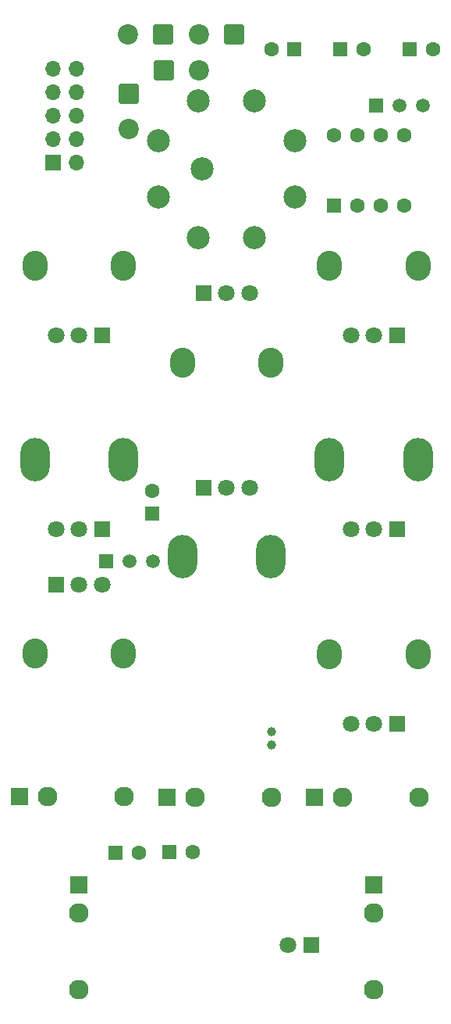
<source format=gbr>
%TF.GenerationSoftware,KiCad,Pcbnew,9.0.6*%
%TF.CreationDate,2025-12-30T09:15:01+01:00*%
%TF.ProjectId,FV1 V3,46563120-5633-42e6-9b69-6361645f7063,rev?*%
%TF.SameCoordinates,Original*%
%TF.FileFunction,Soldermask,Bot*%
%TF.FilePolarity,Negative*%
%FSLAX46Y46*%
G04 Gerber Fmt 4.6, Leading zero omitted, Abs format (unit mm)*
G04 Created by KiCad (PCBNEW 9.0.6) date 2025-12-30 09:15:01*
%MOMM*%
%LPD*%
G01*
G04 APERTURE LIST*
G04 Aperture macros list*
%AMRoundRect*
0 Rectangle with rounded corners*
0 $1 Rounding radius*
0 $2 $3 $4 $5 $6 $7 $8 $9 X,Y pos of 4 corners*
0 Add a 4 corners polygon primitive as box body*
4,1,4,$2,$3,$4,$5,$6,$7,$8,$9,$2,$3,0*
0 Add four circle primitives for the rounded corners*
1,1,$1+$1,$2,$3*
1,1,$1+$1,$4,$5*
1,1,$1+$1,$6,$7*
1,1,$1+$1,$8,$9*
0 Add four rect primitives between the rounded corners*
20,1,$1+$1,$2,$3,$4,$5,0*
20,1,$1+$1,$4,$5,$6,$7,0*
20,1,$1+$1,$6,$7,$8,$9,0*
20,1,$1+$1,$8,$9,$2,$3,0*%
G04 Aperture macros list end*
%ADD10RoundRect,0.250000X-0.550000X-0.550000X0.550000X-0.550000X0.550000X0.550000X-0.550000X0.550000X0*%
%ADD11C,1.600000*%
%ADD12RoundRect,0.249999X-0.850001X-0.850001X0.850001X-0.850001X0.850001X0.850001X-0.850001X0.850001X0*%
%ADD13C,2.200000*%
%ADD14R,1.500000X1.500000*%
%ADD15C,1.500000*%
%ADD16C,1.000000*%
%ADD17RoundRect,0.249999X0.850001X0.850001X-0.850001X0.850001X-0.850001X-0.850001X0.850001X-0.850001X0*%
%ADD18RoundRect,0.250000X0.550000X-0.550000X0.550000X0.550000X-0.550000X0.550000X-0.550000X-0.550000X0*%
%ADD19RoundRect,0.250000X0.550000X0.550000X-0.550000X0.550000X-0.550000X-0.550000X0.550000X-0.550000X0*%
%ADD20R,1.700000X1.700000*%
%ADD21O,1.700000X1.700000*%
%ADD22RoundRect,0.249999X-0.850001X0.850001X-0.850001X-0.850001X0.850001X-0.850001X0.850001X0.850001X0*%
%ADD23O,3.200000X4.700000*%
%ADD24R,1.800000X1.800000*%
%ADD25C,1.800000*%
%ADD26O,2.720000X3.240000*%
%ADD27R,1.930000X1.830000*%
%ADD28C,2.130000*%
%ADD29R,1.830000X1.930000*%
%ADD30C,2.500000*%
G04 APERTURE END LIST*
D10*
%TO.C,C5*%
X160800000Y-128700000D03*
D11*
X163300000Y-128700000D03*
%TD*%
D12*
%TO.C,D3*%
X160242818Y-44040000D03*
D13*
X164052818Y-44040000D03*
%TD*%
D10*
%TO.C,C4*%
X186917621Y-41720000D03*
D11*
X189417621Y-41720000D03*
%TD*%
D14*
%TO.C,U7*%
X153960000Y-97160000D03*
D15*
X156500000Y-97160000D03*
X159040000Y-97160000D03*
%TD*%
D16*
%TO.C,Y1*%
X171900000Y-117100000D03*
X171900000Y-115600000D03*
%TD*%
D17*
%TO.C,FB1*%
X160100000Y-40150000D03*
D13*
X156290000Y-40150000D03*
%TD*%
D18*
%TO.C,C1*%
X158980000Y-92050000D03*
D11*
X158980000Y-89550000D03*
%TD*%
D19*
%TO.C,C21*%
X174390000Y-41720000D03*
D11*
X171890000Y-41720000D03*
%TD*%
D20*
%TO.C,J2*%
X148210000Y-54000000D03*
D21*
X150750000Y-54000000D03*
X148210000Y-51460000D03*
X150750000Y-51460000D03*
X148210000Y-48920000D03*
X150750000Y-48920000D03*
X148210000Y-46380000D03*
X150750000Y-46380000D03*
X148210000Y-43840000D03*
X150750000Y-43840000D03*
%TD*%
D10*
%TO.C,C19*%
X179360000Y-41720000D03*
D11*
X181860000Y-41720000D03*
%TD*%
D22*
%TO.C,FB2*%
X156390000Y-46522818D03*
D13*
X156390000Y-50332818D03*
%TD*%
D10*
%TO.C,C23*%
X155000000Y-128800000D03*
D11*
X157500000Y-128800000D03*
%TD*%
D17*
%TO.C,D2*%
X167820000Y-40110000D03*
D13*
X164010000Y-40110000D03*
%TD*%
D14*
%TO.C,U9*%
X183200000Y-47850000D03*
D15*
X185740000Y-47850000D03*
X188280000Y-47850000D03*
%TD*%
D18*
%TO.C,U2*%
X178660000Y-58690000D03*
D11*
X181200000Y-58690000D03*
X183740000Y-58690000D03*
X186280000Y-58690000D03*
X186280000Y-51070000D03*
X183740000Y-51070000D03*
X181200000Y-51070000D03*
X178660000Y-51070000D03*
%TD*%
D23*
%TO.C,RV1*%
X178200000Y-86200000D03*
X187800000Y-86200000D03*
D24*
X185500000Y-93700000D03*
D25*
X183000000Y-93700000D03*
X180500000Y-93700000D03*
%TD*%
D23*
%TO.C,RV2*%
X171800000Y-96700000D03*
X162200000Y-96700000D03*
D24*
X164500000Y-89200000D03*
D25*
X167000000Y-89200000D03*
X169500000Y-89200000D03*
%TD*%
D26*
%TO.C,RV6*%
X171800000Y-75680000D03*
X162200000Y-75680000D03*
D24*
X164500000Y-68180000D03*
D25*
X167000000Y-68180000D03*
X169500000Y-68180000D03*
%TD*%
D26*
%TO.C,RV7*%
X146200000Y-65200000D03*
X155800000Y-65200000D03*
D24*
X153500000Y-72700000D03*
D25*
X151000000Y-72700000D03*
X148500000Y-72700000D03*
%TD*%
D27*
%TO.C,J1*%
X183000000Y-132200000D03*
D28*
X183000000Y-143600000D03*
X183000000Y-135300000D03*
%TD*%
D27*
%TO.C,J3*%
X151000000Y-132200000D03*
D28*
X151000000Y-143600000D03*
X151000000Y-135300000D03*
%TD*%
D29*
%TO.C,J5*%
X160520000Y-122760000D03*
D28*
X171920000Y-122760000D03*
X163620000Y-122760000D03*
%TD*%
D26*
%TO.C,RV9*%
X155800000Y-107200000D03*
X146200000Y-107200000D03*
D24*
X148500000Y-99700000D03*
D25*
X151000000Y-99700000D03*
X153500000Y-99700000D03*
%TD*%
D23*
%TO.C,RV3*%
X146200000Y-86200000D03*
X155800000Y-86200000D03*
D24*
X153500000Y-93700000D03*
D25*
X151000000Y-93700000D03*
X148500000Y-93700000D03*
%TD*%
D26*
%TO.C,RV5*%
X178200000Y-65200000D03*
X187800000Y-65200000D03*
D24*
X185500000Y-72700000D03*
D25*
X183000000Y-72700000D03*
X180500000Y-72700000D03*
%TD*%
D30*
%TO.C,SW1*%
X163939000Y-47309000D03*
X159609000Y-51639000D03*
X159609000Y-57761000D03*
X163939000Y-62091000D03*
X170061000Y-62091000D03*
X174391000Y-57761000D03*
X174391000Y-51639000D03*
X170061000Y-47309000D03*
X164350000Y-54700000D03*
%TD*%
D29*
%TO.C,J6*%
X144510000Y-122700000D03*
D28*
X155910000Y-122700000D03*
X147610000Y-122700000D03*
%TD*%
D26*
%TO.C,RV4*%
X178190000Y-107280000D03*
X187790000Y-107280000D03*
D24*
X185490000Y-114780000D03*
D25*
X182990000Y-114780000D03*
X180490000Y-114780000D03*
%TD*%
D24*
%TO.C,D1*%
X176175000Y-138770000D03*
D25*
X173635000Y-138770000D03*
%TD*%
D29*
%TO.C,J4*%
X176510000Y-122740000D03*
D28*
X187910000Y-122740000D03*
X179610000Y-122740000D03*
%TD*%
M02*

</source>
